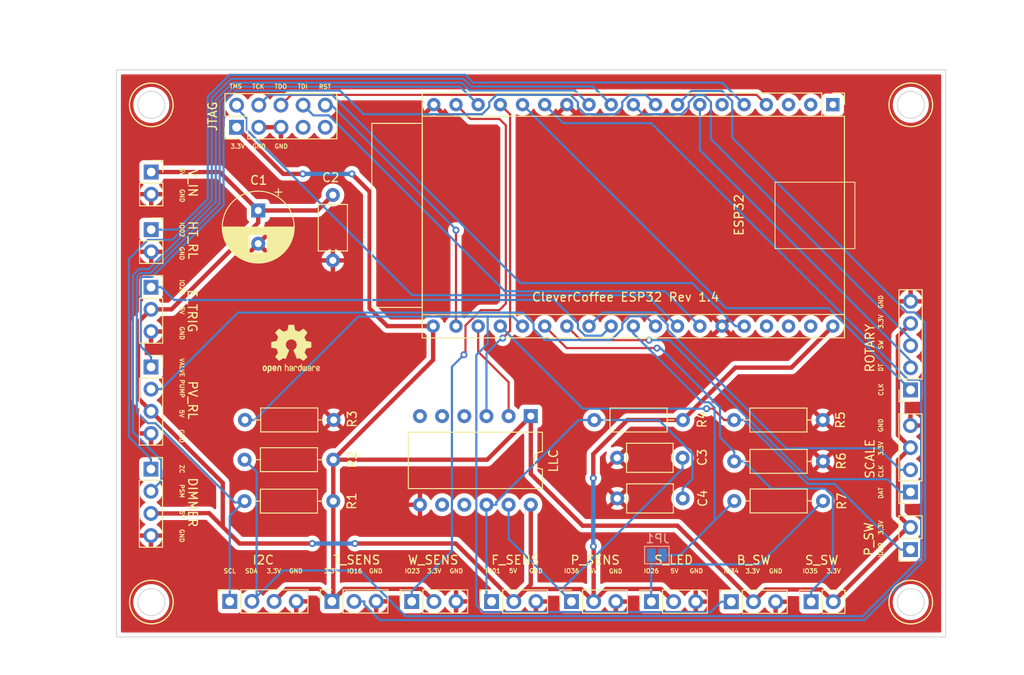
<source format=kicad_pcb>
(kicad_pcb (version 20211014) (generator pcbnew)
  (layers (0 "F.Cu" signal) (31 "B.Cu" signal) (34 "B.Paste" user) (35 "F.Paste" user) (36 "B.SilkS" user "B.Silkscreen") (37 "F.SilkS" user "F.Silkscreen") (38 "B.Mask" user) (39 "F.Mask" user) (44 "Edge.Cuts" user))
  (net 0 "")
  (net 1 "IO16")
  (net 2 "+3V3")
  (net 3 "GND")
  (net 4 "TDO")
  (net 5 "IO2")
  (net 6 "IO34")
  (net 7 "ZC")
  (net 9 "PSM")
  (net 10 "RT_DT")
  (net 11 "VALVE")
  (net 12 "SDA")
  (net 13 "RT_SW")
  (net 14 "RT_CLK")
  (net 15 "SCL")
  (net 16 "IO36")
  (net 17 "RST")
  (net 18 "IO1")
  (net 19 "IO39")
  (net 20 "IO35")
  (net 21 "IO25")
  (net 22 "IO26")
  (net 23 "SC_DAT")
  (net 24 "TMS")
  (net 25 "TDI")
  (net 26 "TCK")
  (net 27 "+5V")
  (net 30 "IO23")
  (net 31 "SC_CLK")
  (net 32 "PUMP")
  (net 33 "P_SENS")
  (net 34 "F_SENS")
  (net 40 "Net-(JP1-Pad1)")
  (footprint "Connector_PinSocket_2.54mm:PinSocket_1x02_P2.54mm_Vertical" (layer "F.Cu") (at 103.78 93.3)
    (fp_text reference "HT_RL")
    (fp_text value "Conn_01x02")
  )
  (footprint "Connector_PinSocket_2.54mm:PinSocket_1x02_P2.54mm_Vertical" (layer "F.Cu") (at 190.775 129.98 180)
    (fp_text reference "P_SW")
    (fp_text value "Conn_01x02")
  )
  (footprint "Connector_PinSocket_2.54mm:PinSocket_1x04_P2.54mm_Vertical" (layer "F.Cu") (at 103.76 109.05)
    (fp_text reference "PV_RL")
    (fp_text value "Conn_01x04")
  )
  (footprint "Capacitor_THT:C_Axial_L5.1mm_D3.1mm_P7.50mm_Horizontal" (layer "F.Cu") (at 124.59 89.33 -90)
    (fp_text reference "C2")
    (fp_text value "100 nF")
  )
  (footprint "Resistor_THT:R_Axial_DIN0207_L6.3mm_D2.5mm_P10.16mm_Horizontal" (layer "F.Cu") (at 180.72 115.13 180)
    (fp_text reference "R5")
    (fp_text value "47K Ω")
  )
  (footprint "Connector_PinSocket_2.54mm:PinSocket_1x03_P2.54mm_Vertical" (layer "F.Cu") (at 103.76 99.9)
    (fp_text reference "E_TRIG")
    (fp_text value "Conn_01x03")
  )
  (footprint "Connector_PinSocket_2.54mm:PinSocket_1x04_P2.54mm_Vertical" (layer "F.Cu") (at 190.77 123.38 180)
    (fp_text reference "SCALE")
    (fp_text value "Conn_01x04")
  )
  (footprint "Capacitor_THT:C_Axial_L5.1mm_D3.1mm_P7.50mm_Horizontal" (layer "F.Cu") (at 157.16 119.46)
    (fp_text reference "C3")
    (fp_text value "100 nF")
  )
  (footprint "Resistor_THT:R_Axial_DIN0207_L6.3mm_D2.5mm_P10.16mm_Horizontal" (layer "F.Cu") (at 114.48 124.43)
    (fp_text reference "R1")
    (fp_text value "4K7 Ω")
  )
  (footprint "Connector_PinSocket_2.54mm:PinSocket_1x03_P2.54mm_Vertical" (layer "F.Cu") (at 124.48 135.925 90)
    (fp_text reference "T_SENS")
    (fp_text value "Conn_01x03")
  )
  (footprint "Connector_PinSocket_2.54mm:PinSocket_1x05_P2.54mm_Vertical" (layer "F.Cu") (at 190.785 111.68 180)
    (fp_text reference "ROTARY")
    (fp_text value "Conn_01x05")
  )
  (footprint "Connector_PinSocket_2.54mm:PinSocket_1x03_P2.54mm_Vertical" (layer "F.Cu") (at 142.78 135.94 90)
    (fp_text reference "F_SENS")
    (fp_text value "Conn_01x03")
  )
  (footprint "Resistor_THT:R_Axial_DIN0207_L6.3mm_D2.5mm_P10.16mm_Horizontal" (layer "F.Cu") (at 180.75 124.41 180)
    (fp_text reference "R7")
    (fp_text value "220 Ω")
  )
  (footprint "Resistor_THT:R_Axial_DIN0207_L6.3mm_D2.5mm_P10.16mm_Horizontal" (layer "F.Cu") (at 124.68 115.12 180)
    (fp_text reference "R3")
    (fp_text value "47K Ω")
  )
  (footprint "Connector_PinSocket_2.54mm:PinSocket_1x02_P2.54mm_Vertical" (layer "F.Cu") (at 179.39 135.965 90)
    (fp_text reference "S_SW")
    (fp_text value "Conn_01x02")
  )
  (footprint "Connector_PinSocket_2.54mm:PinSocket_1x03_P2.54mm_Vertical" (layer "F.Cu") (at 133.63 135.935 90)
    (fp_text reference "W_SENS")
    (fp_text value "Conn_01x03")
  )
  (footprint "Connector_PinSocket_2.54mm:PinSocket_1x02_P2.54mm_Vertical" (layer "F.Cu") (at 103.78 86.7)
    (fp_text reference "V_IN")
    (fp_text value "Conn_01x02")
  )
  (footprint "Connector_PinSocket_2.54mm:PinSocket_1x03_P2.54mm_Vertical" (layer "F.Cu") (at 170.24 135.965 90)
    (fp_text reference "B_SW")
    (fp_text value "Conn_01x03")
  )
  (footprint "Connector_PinSocket_2.54mm:PinSocket_1x03_P2.54mm_Vertical" (layer "F.Cu") (at 161.09 135.955 90)
    (fp_text reference "S_LED")
    (fp_text value "Conn_01x03")
  )
  (footprint "Package_DIP:DIP-12_W10.16mm" (layer "F.Cu") (at 147.27 114.68 -90)
    (fp_text reference "LLC")
    (fp_text value "TXB0104D_DIP")
  )
  (footprint "Module:NodeMCU DevKitC v4" (layer "F.Cu") (at 181.88 78.9675 -90)
    (fp_text reference "ESP32")
    (fp_text value "NodeMCU_DevKitC_v4")
  )
  (footprint "Resistor_THT:R_Axial_DIN0207_L6.3mm_D2.5mm_P10.16mm_Horizontal" (layer "F.Cu") (at 180.74 119.87 180)
    (fp_text reference "R6")
    (fp_text value "47K Ω")
  )
  (footprint "Connector_PinSocket_2.54mm:PinSocket_1x03_P2.54mm_Vertical" (layer "F.Cu") (at 151.93 135.945 90)
    (fp_text reference "P_SENS")
    (fp_text value "Conn_01x03")
  )
  (footprint "Resistor_THT:R_Axial_DIN0207_L6.3mm_D2.5mm_P10.16mm_Horizontal" (layer "F.Cu") (at 164.7 115.13 180)
    (fp_text reference "R4")
    (fp_text value "4K7 Ω")
  )
  (footprint "Connector_PinSocket_2.54mm:PinSocket_1x04_P2.54mm_Vertical" (layer "F.Cu") (at 103.75 120.76)
    (fp_text reference "DIMMER")
    (fp_text value "Conn_01x04")
  )
  (footprint "Capacitor_THT:CP_Radial_D8.0mm_P3.80mm" (layer "F.Cu") (at 116.04 91.1073 -90)
    (fp_text reference "C1")
    (fp_text value "220 μF")
  )
  (footprint "Connector_PinHeader_2.54mm:PinHeader_2x05_P2.54mm_Vertical" (layer "F.Cu") (at 113.565 81.565 90)
    (fp_text reference "JTAG")
    (fp_text value "Conn_ARM_JTAG_SWD_10")
  )
  (footprint "Capacitor_THT:C_Axial_L5.1mm_D3.1mm_P7.50mm_Horizontal" (layer "F.Cu") (at 157.18 124.12)
    (fp_text reference "C4")
    (fp_text value "100 nF")
  )
  (footprint "Connector_PinSocket_2.54mm:PinSocket_1x04_P2.54mm_Vertical" (layer "F.Cu") (at 112.78 135.925 90)
    (fp_text reference "I2C")
    (fp_text value "Conn_01x04")
  )
  (footprint "Symbol:OSHW-Logo2_7.3x6mm_SilkScreen" (layer "F.Cu") (at 119.83 106.97)
    (fp_text reference "REF**" hide)
    (fp_text value "OSHW-Logo2_7.3x6mm_SilkScreen" hide)
  )
  (footprint "Resistor_THT:R_Axial_DIN0207_L6.3mm_D2.5mm_P10.16mm_Horizontal" (layer "F.Cu") (at 114.48 119.68)
    (fp_text reference "R2")
    (fp_text value "4K7 Ω")
  )
  (footprint "Jumper:SolderJumper-2_P1.3mm_Open_Pad1.0x1.5mm" (layer "B.Cu") (at 161.71 130.61)
    (fp_text reference "JP1")
    (fp_text value "SolderJumper_2_Open")
  )
  (gr_circle (center 190.8 136.01) (end 190.8 133.51) (layer "F.SilkS") (width 0.15) (fill none))
  (gr_circle (center 103.79 79) (end 103.79 76.5) (layer "F.SilkS") (width 0.15) (fill none))
  (gr_circle (center 103.8 136) (end 103.8 133.5) (layer "F.SilkS") (width 0.15) (fill none))
  (gr_circle (center 190.81 78.99) (end 190.81 76.49) (layer "F.SilkS") (width 0.15) (fill none))
  (gr_circle (center 103.79 79) (end 105.34 79) (layer "Edge.Cuts") (width 0.1) (fill none))
  (gr_circle (center 190.8 136) (end 192.35 136) (layer "Edge.Cuts") (width 0.1) (fill none))
  (gr_rect (start 99.8 74.99) (end 194.8 140) (layer "Edge.Cuts") (width 0.1) (fill none))
  (gr_circle (center 190.81 78.99) (end 192.36 78.99) (layer "Edge.Cuts") (width 0.1) (fill none))
  (gr_circle (center 103.79 136.01) (end 105.34 136.01) (layer "Edge.Cuts") (width 0.1) (fill none))
  (gr_text "RST" (at 123.69 76.91) (layer "F.SilkS") (effects (font (size 0.5 0.5) (thickness 0.1))))
  (gr_text "GND" (at 156.99 132.47) (layer "F.SilkS") (effects (font (size 0.5 0.5) (thickness 0.1))))
  (gr_text "GND" (at 107.3 105.17 270) (layer "F.SilkS") (effects (font (size 0.5 0.5) (thickness 0.1))))
  (gr_text "PUMP" (at 107.3 111.53 270) (layer "F.SilkS") (effects (font (size 0.5 0.5) (thickness 0.1))))
  (gr_text "3.3V\n" (at 172.69 132.455) (layer "F.SilkS") (effects (font (size 0.5 0.5) (thickness 0.1))))
  (gr_text "5V" (at 154.4 132.46) (layer "F.SilkS") (effects (font (size 0.5 0.5) (thickness 0.1))))
  (gr_text "IO25" (at 107.3 99.9 270) (layer "F.SilkS") (effects (font (size 0.5 0.5) (thickness 0.1))))
  (gr_text "3.3V\n" (at 181.96 132.445) (layer "F.SilkS") (effects (font (size 0.5 0.5) (thickness 0.1))))
  (gr_text "3,3V" (at 187.38 118.4 90) (layer "F.SilkS") (effects (font (size 0.5 0.5) (thickness 0.1))))
  (gr_text "GND" (at 187.37 115.74 90) (layer "F.SilkS") (effects (font (size 0.5 0.5) (thickness 0.1))))
  (gr_text "GND" (at 187.38 101.58 90) (layer "F.SilkS") (effects (font (size 0.5 0.5) (thickness 0.1))))
  (gr_text "5V" (at 107.3 125.94 270) (layer "F.SilkS") (effects (font (size 0.5 0.5) (thickness 0.1))))
  (gr_text "IO01\n" (at 142.93 132.425) (layer "F.SilkS") (effects (font (size 0.5 0.5) (thickness 0.1))))
  (gr_text "3.3V\n" (at 124.4 132.435) (layer "F.SilkS") (effects (font (size 0.5 0.5) (thickness 0.1))))
  (gr_text "GND" (at 107.31 89.41 270) (layer "F.SilkS") (effects (font (size 0.5 0.5) (thickness 0.1))))
  (gr_text "ZC" (at 107.29 120.75 270) (layer "F.SilkS") (effects (font (size 0.5 0.5) (thickness 0.1))))
  (gr_text "CleverCoffee ESP32 Rev 1.4\n" (at 158.13 101.04) (layer "F.SilkS") (effects (font (size 1 1))))
  (gr_text "IO26\n" (at 161.08 132.435) (layer "F.SilkS") (effects (font (size 0.5 0.5) (thickness 0.1))))
  (gr_text "3.3V\n" (at 187.39 103.85 90) (layer "F.SilkS") (effects (font (size 0.5 0.5) (thickness 0.1))))
  (gr_text "SW" (at 187.38 106.5 90) (layer "F.SilkS") (effects (font (size 0.5 0.5) (thickness 0.1))))
  (gr_text "CLK" (at 187.39 111.64 90) (layer "F.SilkS") (effects (font (size 0.5 0.5) (thickness 0.1))))
  (gr_text "3,3V\n" (at 187.38 127.46 90) (layer "F.SilkS") (effects (font (size 0.5 0.5) (thickness 0.1))))
  (gr_text "GND" (at 107.27 116.97 270) (layer "F.SilkS") (effects (font (size 0.5 0.5) (thickness 0.1))))
  (gr_text "3.3V\n" (at 136.21 132.445) (layer "F.SilkS") (effects (font (size 0.5 0.5) (thickness 0.1))))
  (gr_text "TCK" (at 116.04 76.89) (layer "F.SilkS") (effects (font (size 0.5 0.5) (thickness 0.1))))
  (gr_text "IO16\n" (at 127.09 132.445) (layer "F.SilkS") (effects (font (size 0.5 0.5) (thickness 0.1))))
  (gr_text "5V" (at 163.72 132.435) (layer "F.SilkS") (effects (font (size 0.5 0.5) (thickness 0.1))))
  (gr_text "SCL\n" (at 112.78 132.445) (layer "F.SilkS") (effects (font (size 0.5 0.5) (thickness 0.1))))
  (gr_text "DT" (at 187.38 109.12 90) (layer "F.SilkS") (effects (font (size 0.5 0.5) (thickness 0.1))))
  (gr_text "GND" (at 166.24 132.435) (layer "F.SilkS") (effects (font (size 0.5 0.5) (thickness 0.1))))
  (gr_text "GND" (at 120.36 132.435) (layer "F.SilkS") (effects (font (size 0.5 0.5) (thickness 0.1))))
  (gr_text "CLK" (at 187.39 121.01 90) (layer "F.SilkS") (effects (font (size 0.5 0.5) (thickness 0.1))))
  (gr_text "IO34\n" (at 170.24 132.455) (layer "F.SilkS") (effects (font (size 0.5 0.5) (thickness 0.1))))
  (gr_text "GND" (at 138.74 132.445) (layer "F.SilkS") (effects (font (size 0.5 0.5) (thickness 0.1))))
  (gr_text "5V\n" (at 107.3 102.56 270) (layer "F.SilkS") (effects (font (size 0.5 0.5) (thickness 0.1))))
  (gr_text "3,3V" (at 117.83 132.435) (layer "F.SilkS") (effects (font (size 0.5 0.5) (thickness 0.1))))
  (gr_text "GND" (at 175.33 132.455) (layer "F.SilkS") (effects (font (size 0.5 0.5) (thickness 0.1))))
  (gr_text "TDI" (at 121.13 76.89) (layer "F.SilkS") (effects (font (size 0.5 0.5) (thickness 0.1))))
  (gr_text "SDA" (at 115.25 132.445) (layer "F.SilkS") (effects (font (size 0.5 0.5) (thickness 0.1))))
  (gr_text "VALVE" (at 107.29 109.12 270) (layer "F.SilkS") (effects (font (size 0.5 0.5) (thickness 0.1))))
  (gr_text "IO02" (at 107.3 93.31 270) (layer "F.SilkS") (effects (font (size 0.5 0.5) (thickness 0.1))))
  (gr_text "GND" (at 107.28 128.4 270) (layer "F.SilkS") (effects (font (size 0.5 0.5) (thickness 0.1))))
  (gr_text "IO35\n" (at 179.28 132.445) (layer "F.SilkS") (effects (font (size 0.5 0.5) (thickness 0.1))))
  (gr_text "DAT" (at 187.38 123.5 90) (layer "F.SilkS") (effects (font (size 0.5 0.5) (thickness 0.1))))
  (gr_text "GND" (at 147.86 132.435) (layer "F.SilkS") (effects (font (size 0.5 0.5) (thickness 0.1))))
  (gr_text "GND" (at 129.51 132.445) (layer "F.SilkS") (effects (font (size 0.5 0.5) (thickness 0.1))))
  (gr_text "GND" (at 107.29 96.03 270) (layer "F.SilkS") (effects (font (size 0.5 0.5) (thickness 0.1))))
  (gr_text "PSM" (at 107.29 123.28 270) (layer "F.SilkS") (effects (font (size 0.5 0.5) (thickness 0.1))))
  (gr_text "5V" (at 145.24 132.425) (layer "F.SilkS") (effects (font (size 0.5 0.5) (thickness 0.1))))
  (gr_text "TDO" (at 118.62 76.89) (layer "F.SilkS") (effects (font (size 0.5 0.5) (thickness 0.1))))
  (gr_text "TMS" (at 113.46 76.86) (layer "F.SilkS") (effects (font (size 0.5 0.5) (thickness 0.1))))
  (gr_text "IO23\n\n" (at 133.69 132.845) (layer "F.SilkS") (effects (font (size 0.5 0.5) (thickness 0.1))))
  (gr_text "IO39\n" (at 187.37 130.06 90) (layer "F.SilkS") (effects (font (size 0.5 0.5) (thickness 0.1))))
  (gr_text "5V" (at 107.27 114.39 270) (layer "F.SilkS") (effects (font (size 0.5 0.5) (thickness 0.1))))
  (gr_text "GND" (at 118.67 83.75) (layer "F.SilkS") (effects (font (size 0.5 0.5) (thickness 0.1))))
  (gr_text "3.3V\n" (at 113.69 83.75) (layer "F.SilkS") (effects (font (size 0.5 0.5) (thickness 0.1))))
  (gr_text "GND" (at 116.13 83.75) (layer "F.SilkS") (effects (font (size 0.5 0.5) (thickness 0.1))))
  (gr_text "5V" (at 107.31 86.67 270) (layer "F.SilkS") (effects (font (size 0.5 0.5) (thickness 0.1))))
  (gr_text "IO36\n" (at 151.95 132.435) (layer "F.SilkS") (effects (font (size 0.5 0.5) (thickness 0.1))))
  (segment (start 191.2617 102.79) (end 190.3795 102.79) (width 0.25) (layer "B.Cu") (net 1))
  (segment (start 185.4886 138.0695) (end 192.4455 131.1126) (width 0.25) (layer "B.Cu") (net 1))
  (segment (start 129.9725 138.0695) (end 185.4886 138.0695) (width 0.25) (layer "B.Cu") (net 1))
  (segment (start 169.1744 77.3919) (end 165.6756 77.3919) (width 0.25) (layer "B.Cu") (net 1))
  (segment (start 190.3795 102.79) (end 170.345 82.7555) (width 0.25) (layer "B.Cu") (net 1))
  (segment (start 192.4455 103.9738) (end 191.2617 102.79) (width 0.25) (layer "B.Cu") (net 1))
  (segment (start 127.02 135.925) (end 128.1953 135.925) (width 0.25) (layer "B.Cu") (net 1))
  (segment (start 165.6756 77.3919) (end 164.1 78.9675) (width 0.25) (layer "B.Cu") (net 1))
  (segment (start 192.4455 131.1126) (end 192.4455 103.9738) (width 0.25) (layer "B.Cu") (net 1))
  (segment (start 128.1953 136.2923) (end 129.9725 138.0695) (width 0.25) (layer "B.Cu") (net 1))
  (segment (start 128.1953 135.925) (end 128.1953 136.2923) (width 0.25) (layer "B.Cu") (net 1))
  (segment (start 170.345 82.7555) (end 170.345 78.5625) (width 0.25) (layer "B.Cu") (net 1))
  (segment (start 170.345 78.5625) (end 169.1744 77.3919) (width 0.25) (layer "B.Cu") (net 1))
  (segment (start 190.785 104.06) (end 189.33 105.515) (width 0.5) (layer "F.Cu") (net 2))
  (segment (start 119.295 134.49) (end 123.045 134.49) (width 0.5) (layer "F.Cu") (net 2))
  (segment (start 189.385 126.05) (end 190.775 127.44) (width 0.5) (layer "F.Cu") (net 2))
  (segment (start 181.93 135.965) (end 190.455 127.44) (width 0.5) (layer "F.Cu") (net 2))
  (segment (start 124.64 119.68) (end 142.27 119.68) (width 0.5) (layer "F.Cu") (net 2))
  (segment (start 121.15 86.91) (end 118.91 86.91) (width 0.5) (layer "F.Cu") (net 2))
  (segment (start 153.205 127.245) (end 164.06 127.245) (width 0.5) (layer "F.Cu") (net 2))
  (segment (start 118.91 86.91) (end 113.565 81.565) (width 0.5) (layer "F.Cu") (net 2))
  (segment (start 189.34 119.73) (end 189.34 126.05) (width 0.5) (layer "F.Cu") (net 2))
  (segment (start 181.93 135.965) (end 180.525 134.56) (width 0.5) (layer "F.Cu") (net 2))
  (segment (start 124.48 135.925) (end 125.915 134.49) (width 0.5) (layer "F.Cu") (net 2))
  (segment (start 124.64 119.68) (end 136.08 108.24) (width 0.5) (layer "F.Cu") (net 2))
  (segment (start 130.828 104.368) (end 136.08 104.368) (width 0.5) (layer "F.Cu") (net 2))
  (segment (start 126.77 86.91) (end 128.805 88.945) (width 0.5) (layer "F.Cu") (net 2))
  (segment (start 174.185 134.56) (end 172.78 135.965) (width 0.5) (layer "F.Cu") (net 2))
  (segment (start 136.08 104.3675) (end 136.08 108.24) (width 0.5) (layer "F.Cu") (net 2))
  (segment (start 128.805 102.345) (end 130.828 104.368) (width 0.5) (layer "F.Cu") (net 2))
  (segment (start 134.725 134.49) (end 136.17 135.935) (width 0.5) (layer "F.Cu") (net 2))
  (segment (start 147.27 114.68) (end 147.27 121.31) (width 0.5) (layer "F.Cu") (net 2))
  (segment (start 124.64 135.765) (end 124.48 135.925) (width 0.5) (layer "F.Cu") (net 2))
  (segment (start 124.64 119.68) (end 124.64 124.43) (width 0.5) (layer "F.Cu") (net 2))
  (segment (start 190.77 118.3) (end 189.34 119.73) (width 0.5) (layer "F.Cu") (net 2))
  (segment (start 125.915 134.49) (end 134.725 134.49) (width 0.5) (layer "F.Cu") (net 2))
  (segment (start 124.64 124.43) (end 124.64 135.765) (width 0.5) (layer "F.Cu") (net 2))
  (segment (start 117.86 135.925) (end 119.295 134.49) (width 0.5) (layer "F.Cu") (net 2))
  (segment (start 123.045 134.49) (end 124.48 135.925) (width 0.5) (layer "F.Cu") (net 2))
  (segment (start 189.33 116.86) (end 190.77 118.3) (width 0.5) (layer "F.Cu") (net 2))
  (segment (start 189.33 105.515) (end 189.33 116.86) (width 0.5) (layer "F.Cu") (net 2))
  (segment (start 190.455 127.44) (end 190.775 127.44) (width 0.5) (layer "F.Cu") (net 2))
  (segment (start 189.34 126.05) (end 189.385 126.05) (width 0.5) (layer "F.Cu") (net 2))
  (segment (start 180.525 134.56) (end 174.185 134.56) (width 0.5) (layer "F.Cu") (net 2))
  (segment (start 128.805 88.945) (end 128.805 102.345) (width 0.5) (layer "F.Cu") (net 2))
  (segment (start 147.27 121.31) (end 153.205 127.245) (width 0.5) (layer "F.Cu") (net 2))
  (segment (start 164.06 127.245) (end 172.78 135.965) (width 0.5) (layer "F.Cu") (net 2))
  (segment (start 142.27 119.68) (end 147.27 114.68) (width 0.5) (layer "F.Cu") (net 2))
  (via (at 126.77 86.91) (size 0.8) (drill 0.4) (layers "F.Cu" "B.Cu") (net 2))
  (via (at 121.15 86.91) (size 0.8) (drill 0.4) (layers "F.Cu" "B.Cu") (net 2))
  (segment (start 121.15 86.91) (end 126.77 86.91) (width 0.5) (layer "B.Cu") (net 2))
  (segment (start 174.26 78.9675) (end 173.142989 77.850489) (width 0.25) (layer "F.Cu") (net 4))
  (segment (start 173.142989 77.850489) (end 119.819511 77.850489) (width 0.25) (layer "F.Cu") (net 4))
  (segment (start 119.819511 77.850489) (end 118.645 79.025) (width 0.25) (layer "F.Cu") (net 4))
  (segment (start 141.9704 76.4404) (end 169.1929 76.4404) (width 0.25) (layer "B.Cu") (net 5))
  (segment (start 141.96942 76.44138) (end 141.9704 76.4404) (width 0.25) (layer "B.Cu") (net 5))
  (segment (start 139.7761 75.5561) (end 140.66138 76.44138) (width 0.25) (layer "B.Cu") (net 5))
  (segment (start 110.26 78.044178) (end 112.7477 75.556478) (width 0.25) (layer "B.Cu") (net 5))
  (segment (start 112.7477 75.556478) (end 112.7477 75.5561) (width 0.25) (layer "B.Cu") (net 5))
  (segment (start 106.740564 93.3) (end 110.26 89.780564) (width 0.25) (layer "B.Cu") (net 5))
  (segment (start 103.78 93.3) (end 106.740564 93.3) (width 0.25) (layer "B.Cu") (net 5))
  (segment (start 110.26 89.780564) (end 110.26 78.044178) (width 0.25) (layer "B.Cu") (net 5))
  (segment (start 169.1929 76.4404) (end 171.72 78.9675) (width 0.25) (layer "B.Cu") (net 5))
  (segment (start 140.66138 76.44138) (end 141.96942 76.44138) (width 0.25) (layer "B.Cu") (net 5))
  (segment (start 112.7477 75.5561) (end 139.7761 75.5561) (width 0.25) (layer "B.Cu") (net 5))
  (segment (start 127.4988 103.2665) (end 142.3308 103.2665) (width 0.25) (layer "B.Cu") (net 6))
  (segment (start 142.3308 103.2665) (end 142.3308 106.3792) (width 0.25) (layer "B.Cu") (net 6))
  (segment (start 167.8836 137.1461) (end 169.0647 135.965) (width 0.25) (layer "B.Cu") (net 6))
  (segment (start 170.24 135.965) (end 169.0647 135.965) (width 0.25) (layer "B.Cu") (net 6))
  (segment (start 115.6453 115.12) (end 127.4988 103.2665) (width 0.25) (layer "B.Cu") (net 6))
  (segment (start 141.8033 137.1461) (end 167.8836 137.1461) (width 0.25) (layer "B.Cu") (net 6))
  (segment (start 142.3308 106.3792) (end 141.0304 107.6796) (width 0.25) (layer "B.Cu") (net 6))
  (segment (start 142.3308 103.2665) (end 145.219 103.2665) (width 0.25) (layer "B.Cu") (net 6))
  (segment (start 141.0304 107.6796) (end 141.0304 136.3732) (width 0.25) (layer "B.Cu") (net 6))
  (segment (start 145.219 103.2665) (end 146.32 104.3675) (width 0.25) (layer "B.Cu") (net 6))
  (segment (start 141.0304 136.3732) (end 141.8033 137.1461) (width 0.25) (layer "B.Cu") (net 6))
  (segment (start 114.52 115.12) (end 115.6453 115.12) (width 0.25) (layer "B.Cu") (net 6))
  (segment (start 110.72186 89.954422) (end 106.200882 94.4754) (width 0.25) (layer "B.Cu") (net 7))
  (segment (start 140.434836 76.8909) (end 140.434836 76.879119) (width 0.25) (layer "B.Cu") (net 7))
  (segment (start 101.2314 117.0661) (end 103.75 119.5847) (width 0.25) (layer "B.Cu") (net 7))
  (segment (start 106.200882 94.4754) (end 103.4095 94.4754) (width 0.25) (layer "B.Cu") (net 7))
  (segment (start 112.9343 76.0064) (end 110.72186 78.21884) (width 0.25) (layer "B.Cu") (net 7))
  (segment (start 156.48 78.9675) (end 154.4034 76.8909) (width 0.25) (layer "B.Cu") (net 7))
  (segment (start 140.434836 76.879119) (end 139.562117 76.0064) (width 0.25) (layer "B.Cu") (net 7))
  (segment (start 103.4095 94.4754) (end 101.2314 96.6535) (width 0.25) (layer "B.Cu") (net 7))
  (segment (start 110.72186 78.21884) (end 110.72186 89.954422) (width 0.25) (layer "B.Cu") (net 7))
  (segment (start 101.2314 96.6535) (end 101.2314 117.0661) (width 0.25) (layer "B.Cu") (net 7))
  (segment (start 139.562117 76.0064) (end 112.9343 76.0064) (width 0.25) (layer "B.Cu") (net 7))
  (segment (start 154.4034 76.8909) (end 140.434836 76.8909) (width 0.25) (layer "B.Cu") (net 7))
  (segment (start 103.75 119.5847) (end 103.75 120.76) (width 0.25) (layer "B.Cu") (net 7))
  (segment (start 113.1209 76.4567) (end 111.17138 78.40622) (width 0.25) (layer "B.Cu") (net 9))
  (segment (start 140.249418 77.3412) (end 139.3767 76.468482) (width 0.25) (layer "B.Cu") (net 9))
  (segment (start 104.9334 122.1166) (end 103.75 123.3) (width 0.25) (layer "B.Cu") (net 9))
  (segment (start 139.3767 76.4567) (end 113.1209 76.4567) (width 0.25) (layer "B.Cu") (net 9))
  (segment (start 111.17138 78.40622) (end 111.17138 90.14062) (width 0.25) (layer "B.Cu") (net 9))
  (segment (start 139.3767 76.468482) (end 139.3767 76.4567) (width 0.25) (layer "B.Cu") (net 9))
  (segment (start 101.6817 116.4886) (end 104.9334 119.7403) (width 0.25) (layer "B.Cu") (net 9))
  (segment (start 104.9334 119.7403) (end 104.9334 122.1166) (width 0.25) (layer "B.Cu") (net 9))
  (segment (start 101.6817 98.5157) (end 101.6817 116.4886) (width 0.25) (layer "B.Cu") (net 9))
  (segment (start 153.94 78.9675) (end 152.3137 77.3412) (width 0.25) (layer "B.Cu") (net 9))
  (segment (start 111.17138 90.14062) (end 103.488 97.824) (width 0.25) (layer "B.Cu") (net 9))
  (segment (start 103.488 97.824) (end 102.3734 97.824) (width 0.25) (layer "B.Cu") (net 9))
  (segment (start 152.3137 77.3412) (end 140.249418 77.3412) (width 0.25) (layer "B.Cu") (net 9))
  (segment (start 102.3734 97.824) (end 101.6817 98.5157) (width 0.25) (layer "B.Cu") (net 9))
  (segment (start 190.785 109.14) (end 190.785 108.332) (width 0.25) (layer "B.Cu") (net 10))
  (segment (start 190.785 108.332) (end 166.64 84.187) (width 0.25) (layer "B.Cu") (net 10))
  (segment (start 166.64 84.187) (end 166.64 78.9675) (width 0.25) (layer "B.Cu") (net 10))
  (segment (start 156.9441 80.07) (end 153.4736 80.07) (width 0.25) (layer "B.Cu") (net 11))
  (segment (start 128.1119 80.0647) (end 125.4045 77.3573) (width 0.25) (layer "B.Cu") (net 11))
  (segment (start 157.75 79.2641) (end 156.9441 80.07) (width 0.25) (layer "B.Cu") (net 11))
  (segment (start 160.4702 77.8777) (end 158.5358 77.8777) (width 0.25) (layer "B.Cu") (net 11))
  (segment (start 102.5847 106.6994) (end 103.76 107.8747) (width 0.25) (layer "B.Cu") (net 11))
  (segment (start 142.5101 78.6763) (end 142.5101 79.2556) (width 0.25) (layer "B.Cu") (net 11))
  (segment (start 102.5847 98.8865) (end 102.5847 106.6994) (width 0.25) (layer "B.Cu") (net 11))
  (segment (start 151.833 77.8469) (end 143.3395 77.8469) (width 0.25) (layer "B.Cu") (net 11))
  (segment (start 103.865817 98.7246) (end 102.7466 98.7246) (width 0.25) (layer "B.Cu") (net 11))
  (segment (start 113.4941 77.3573) (end 112.07042 78.78098) (width 0.25) (layer "B.Cu") (net 11))
  (segment (start 103.76 107.8747) (end 103.76 109.05) (width 0.25) (layer "B.Cu") (net 11))
  (segment (start 143.3395 77.8469) (end 142.5101 78.6763) (width 0.25) (layer "B.Cu") (net 11))
  (segment (start 125.4045 77.3573) (end 113.4941 77.3573) (width 0.25) (layer "B.Cu") (net 11))
  (segment (start 152.67 79.2664) (end 152.67 78.6839) (width 0.25) (layer "B.Cu") (net 11))
  (segment (start 102.7466 98.7246) (end 102.5847 98.8865) (width 0.25) (layer "B.Cu") (net 11))
  (segment (start 152.67 78.6839) (end 151.833 77.8469) (width 0.25) (layer "B.Cu") (net 11))
  (segment (start 158.5358 77.8777) (end 157.75 78.6635) (width 0.25) (layer "B.Cu") (net 11))
  (segment (start 141.701 80.0647) (end 128.1119 80.0647) (width 0.25) (layer "B.Cu") (net 11))
  (segment (start 161.56 78.9675) (end 160.4702 77.8777) (width 0.25) (layer "B.Cu") (net 11))
  (segment (start 142.5101 79.2556) (end 141.701 80.0647) (width 0.25) (layer "B.Cu") (net 11))
  (segment (start 157.75 78.6635) (end 157.75 79.2641) (width 0.25) (layer "B.Cu") (net 11))
  (segment (start 153.4736 80.07) (end 152.67 79.2664) (width 0.25) (layer "B.Cu") (net 11))
  (segment (start 112.07042 90.519997) (end 103.865817 98.7246) (width 0.25) (layer "B.Cu") (net 11))
  (segment (start 112.07042 78.78098) (end 112.07042 90.519997) (width 0.25) (layer "B.Cu") (net 11))
  (segment (start 185.302 137.6192) (end 191.9952 130.926) (width 0.25) (layer "B.Cu") (net 12))
  (segment (start 132.9322 137.6192) (end 185.302 137.6192) (width 0.25) (layer "B.Cu") (net 12))
  (segment (start 150.9883 81.0958) (end 148.86 78.9675) (width 0.25) (layer "B.Cu") (net 12))
  (segment (start 191.7701 110.5046) (end 190.4874 110.5046) (width 0.25) (layer "B.Cu") (net 12))
  (segment (start 191.9952 110.7297) (end 191.7701 110.5046) (width 0.25) (layer "B.Cu") (net 12))
  (segment (start 161.0786 81.0958) (end 150.9883 81.0958) (width 0.25) (layer "B.Cu") (net 12))
  (segment (start 127.6955 132.3825) (end 132.9322 137.6192) (width 0.25) (layer "B.Cu") (net 12))
  (segment (start 191.9952 130.926) (end 191.9952 110.7297) (width 0.25) (layer "B.Cu") (net 12))
  (segment (start 114.48 119.68) (end 115.86 121.06) (width 0.25) (layer "B.Cu") (net 12))
  (segment (start 190.4874 110.5046) (end 161.0786 81.0958) (width 0.25) (layer "B.Cu") (net 12))
  (segment (start 115.86 135.385) (end 115.86 121.06) (width 0.25) (layer "B.Cu") (net 12))
  (segment (start 119.2425 132.3825) (end 127.6955 132.3825) (width 0.25) (layer "B.Cu") (net 12))
  (segment (start 115.32 135.925) (end 118.8625 132.3825) (width 0.25) (layer "B.Cu") (net 12))
  (segment (start 115.32 135.925) (end 115.86 135.385) (width 0.25) (layer "B.Cu") (net 12))
  (segment (start 118.8625 132.3825) (end 119.2425 132.3825) (width 0.25) (layer "B.Cu") (net 12))
  (segment (start 190.785 105.792) (end 167.91 82.917) (width 0.25) (layer "B.Cu") (net 13))
  (segment (start 190.785 106.6) (end 190.785 105.792) (width 0.25) (layer "B.Cu") (net 13))
  (segment (start 164.5458 80.0613) (end 160.1138 80.0613) (width 0.25) (layer "B.Cu") (net 13))
  (segment (start 160.1138 80.0613) (end 159.02 78.9675) (width 0.25) (layer "B.Cu") (net 13))
  (segment (start 167.91 82.917) (end 167.91 78.6799) (width 0.25) (layer "B.Cu") (net 13))
  (segment (start 166.1974 77.8718) (end 165.37 78.6992) (width 0.25) (layer "B.Cu") (net 13))
  (segment (start 165.37 78.6992) (end 165.37 79.2371) (width 0.25) (layer "B.Cu") (net 13))
  (segment (start 165.37 79.2371) (end 164.5458 80.0613) (width 0.25) (layer "B.Cu") (net 13))
  (segment (start 167.1019 77.8718) (end 166.1974 77.8718) (width 0.25) (layer "B.Cu") (net 13))
  (segment (start 167.91 78.6799) (end 167.1019 77.8718) (width 0.25) (layer "B.Cu") (net 13))
  (segment (start 181.4138 102.3088) (end 169.6613 102.3088) (width 0.25) (layer "B.Cu") (net 14))
  (segment (start 169.6613 102.3088) (end 146.32 78.9675) (width 0.25) (layer "B.Cu") (net 14))
  (segment (start 190.785 111.68) (end 181.4138 102.3088) (width 0.25) (layer "B.Cu") (net 14))
  (segment (start 111.6209 90.3338) (end 103.6804 98.2743) (width 0.25) (layer "B.Cu") (net 15))
  (segment (start 112.78 126.13) (end 112.78 135.925) (width 0.25) (layer "B.Cu") (net 15))
  (segment (start 113.3075 76.907) (end 111.6209 78.5936) (width 0.25) (layer "B.Cu") (net 15))
  (segment (start 141.24 78.9675) (end 139.1795 76.907) (width 0.25) (layer "B.Cu") (net 15))
  (segment (start 139.1795 76.907) (end 113.3075 76.907) (width 0.25) (layer "B.Cu") (net 15))
  (segment (start 102.132 114.219) (end 103.4076 115.4946) (width 0.25) (layer "B.Cu") (net 15))
  (segment (start 104.271 115.4946) (end 113.3546 124.5782) (width 0.25) (layer "B.Cu") (net 15))
  (segment (start 114.3318 124.5782) (end 114.48 124.43) (width 0.25) (layer "B.Cu") (net 15))
  (segment (start 102.56 98.2743) (end 102.132 98.7023) (width 0.25) (layer "B.Cu") (net 15))
  (segment (start 113.3546 124.5782) (end 114.3318 124.5782) (width 0.25) (layer "B.Cu") (net 15))
  (segment (start 103.6804 98.2743) (end 102.56 98.2743) (width 0.25) (layer "B.Cu") (net 15))
  (segment (start 103.4076 115.4946) (end 104.271 115.4946) (width 0.25) (layer "B.Cu") (net 15))
  (segment (start 102.132 98.7023) (end 102.132 114.219) (width 0.25) (layer "B.Cu") (net 15))
  (segment (start 111.6209 78.5936) (end 111.6209 90.3338) (width 0.25) (layer "B.Cu") (net 15))
  (segment (start 114.48 124.43) (end 112.78 126.13) (width 0.25) (layer "B.Cu") (net 15))
  (segment (start 144.73 110.79) (end 144.73 114.68) (width 0.25) (layer "F.Cu") (net 16))
  (segment (start 141.24 107.3) (end 144.73 110.79) (width 0.25) (layer "F.Cu") (net 16))
  (segment (start 141.24 104.3675) (end 141.24 107.3) (width 0.25) (layer "F.Cu") (net 16))
  (segment (start 138.7 93.36) (end 138.7 104.3675) (width 0.25) (layer "F.Cu") (net 17))
  (via (at 138.7 93.36) (size 0.8) (drill 0.4) (layers "F.Cu" "B.Cu") (net 17))
  (segment (start 124.445 79.025) (end 123.725 79.025) (width 0.25) (layer "B.Cu") (net 17))
  (segment (start 138.7 93.28) (end 124.445 79.025) (width 0.25) (layer "B.Cu") (net 17))
  (segment (start 138.7 93.36) (end 138.7 93.28) (width 0.25) (layer "B.Cu") (net 17))
  (segment (start 144.8974 80.0849) (end 144.8974 104.8962) (width 0.25) (layer "F.Cu") (net 18))
  (segment (start 144.8974 104.8962) (end 144.0586 105.735) (width 0.25) (layer "F.Cu") (net 18))
  (segment (start 143.78 78.9675) (end 144.8974 80.0849) (width 0.25) (layer "F.Cu") (net 18))
  (via (at 144.0586 105.735) (size 0.8) (drill 0.4) (layers "F.Cu" "B.Cu") (net 18))
  (segment (start 143.9467 105.735) (end 144.0586 105.735) (width 0.25) (layer "B.Cu") (net 18))
  (segment (start 142.19 114.68) (end 142.19 113.5547) (width 0.25) (layer "B.Cu") (net 18))
  (segment (start 142.19 113.5547) (end 142.19 107.4917) (width 0.25) (layer "B.Cu") (net 18))
  (segment (start 142.19 107.4917) (end 143.9467 105.735) (width 0.25) (layer "B.Cu") (net 18))
  (segment (start 167.4096 113.8217) (end 168.1264 113.8217) (width 0.25) (layer "F.Cu") (net 19))
  (segment (start 168.1264 113.8217) (end 169.4347 115.13) (width 0.25) (layer "F.Cu") (net 19))
  (segment (start 170.56 115.13) (end 169.4347 115.13) (width 0.25) (layer "F.Cu") (net 19))
  (via (at 167.4096 113.8217) (size 0.8) (drill 0.4) (layers "F.Cu" "B.Cu") (net 19))
  (segment (start 190.775 129.98) (end 189.5997 129.98) (width 0.25) (layer "B.Cu") (net 19))
  (segment (start 170.56 115.13) (end 171.6853 115.13) (width 0.25) (layer "B.Cu") (net 19))
  (segment (start 143.78 104.3675) (end 153.2342 113.8217) (width 0.25) (layer "B.Cu") (net 19))
  (segment (start 189.5997 129.98) (end 182.079 122.4593) (width 0.25) (layer "B.Cu") (net 19))
  (segment (start 179.0146 122.4593) (end 171.6853 115.13) (width 0.25) (layer "B.Cu") (net 19))
  (segment (start 182.079 122.4593) (end 179.0146 122.4593) (width 0.25) (layer "B.Cu") (net 19))
  (segment (start 153.2342 113.8217) (end 167.4096 113.8217) (width 0.25) (layer "B.Cu") (net 19))
  (segment (start 151.3774 106.8849) (end 161.7328 106.8849) (width 0.25) (layer "F.Cu") (net 20))
  (segment (start 148.86 104.3675) (end 151.3774 106.8849) (width 0.25) (layer "F.Cu") (net 20))
  (via (at 161.7328 106.8849) (size 0.8) (drill 0.4) (layers "F.Cu" "B.Cu") (net 20))
  (segment (start 170.58 119.87) (end 171.7053 119.87) (width 0.25) (layer "B.Cu") (net 20))
  (segment (start 162.1355 106.8849) (end 161.7328 106.8849) (width 0.25) (layer "B.Cu") (net 20))
  (segment (start 180.9887 122.9891) (end 181.8757 123.8761) (width 0.25) (layer "B.Cu") (net 20))
  (segment (start 168.9467 113.6961) (end 162.1355 106.8849) (width 0.25) (layer "B.Cu") (net 20))
  (segment (start 168.9467 117.1114) (end 168.9467 113.6961) (width 0.25) (layer "B.Cu") (net 20))
  (segment (start 174.8244 122.9891) (end 180.9887 122.9891) (width 0.25) (layer "B.Cu") (net 20))
  (segment (start 170.58 119.87) (end 170.58 118.7447) (width 0.25) (layer "B.Cu") (net 20))
  (segment (start 179.39 135.965) (end 179.39 134.7897) (width 0.25) (layer "B.Cu") (net 20))
  (segment (start 171.7053 119.87) (end 174.8244 122.9891) (width 0.25) (layer "B.Cu") (net 20))
  (segment (start 181.8757 123.8761) (end 181.8757 132.304) (width 0.25) (layer "B.Cu") (net 20))
  (segment (start 181.8757 132.304) (end 179.39 134.7897) (width 0.25) (layer "B.Cu") (net 20))
  (segment (start 170.58 118.7447) (end 168.9467 117.1114) (width 0.25) (layer "B.Cu") (net 20))
  (segment (start 156.48 104.3675) (end 155.3912 105.4563) (width 0.25) (layer "B.Cu") (net 21))
  (segment (start 153.4822 105.4563) (end 152.67 104.6441) (width 0.25) (layer "B.Cu") (net 21))
  (segment (start 103.76 99.9) (end 104.9353 99.9) (width 0.25) (layer "B.Cu") (net 21))
  (segment (start 155.3912 105.4563) (end 153.4822 105.4563) (width 0.25) (layer "B.Cu") (net 21))
  (segment (start 152.67 104.6441) (end 152.67 104.0474) (width 0.25) (layer "B.Cu") (net 21))
  (segment (start 149.9872 101.3646) (end 106.3999 101.3646) (width 0.25) (layer "B.Cu") (net 21))
  (segment (start 152.67 104.0474) (end 149.9872 101.3646) (width 0.25) (layer "B.Cu") (net 21))
  (segment (start 106.3999 101.3646) (end 104.9353 99.9) (width 0.25) (layer "B.Cu") (net 21))
  (segment (start 168.327 126.673) (end 170.59 124.41) (width 0.25) (layer "B.Cu") (net 22))
  (segment (start 162.36 130.61) (end 164.39 130.61) (width 0.25) (layer "B.Cu") (net 22))
  (segment (start 159.02 105.2102) (end 166.9062 113.0964) (width 0.25) (layer "B.Cu") (net 22))
  (segment (start 168.327 113.7133) (end 168.327 126.673) (width 0.25) (layer "B.Cu") (net 22))
  (segment (start 166.9062 113.0964) (end 167.7101 113.0964) (width 0.25) (layer "B.Cu") (net 22))
  (segment (start 164.39 130.61) (end 168.327 126.673) (width 0.25) (layer "B.Cu") (net 22))
  (segment (start 159.02 104.3675) (end 159.02 105.2102) (width 0.25) (layer "B.Cu") (net 22))
  (segment (start 167.7101 113.0964) (end 168.327 113.7133) (width 0.25) (layer "B.Cu") (net 22))
  (segment (start 153.0085 105.976) (end 160.8115 105.976) (width 0.25) (layer "F.Cu") (net 23))
  (segment (start 151.4 104.3675) (end 153.0085 105.976) (width 0.25) (layer "F.Cu") (net 23))
  (via (at 160.8115 105.976) (size 0.8) (drill 0.4) (layers "F.Cu" "B.Cu") (net 23))
  (segment (start 190.77 123.38) (end 189.5947 123.38) (width 0.25) (layer "B.Cu") (net 23))
  (segment (start 179.1078 121.9156) (end 188.1303 121.9156) (width 0.25) (layer "B.Cu") (net 23))
  (segment (start 163.1682 105.976) (end 179.1078 121.9156) (width 0.25) (layer "B.Cu") (net 23))
  (segment (start 160.8115 105.976) (end 163.1682 105.976) (width 0.25) (layer "B.Cu") (net 23))
  (segment (start 188.1303 121.9156) (end 189.5947 123.38) (width 0.25) (layer "B.Cu") (net 23))
  (segment (start 160.5335 100.821) (end 164.08 104.3675) (width 0.25) (layer "B.Cu") (net 24))
  (segment (start 113.565 79.025) (end 113.565 79.3922) (width 0.25) (layer "B.Cu") (net 24))
  (segment (start 113.565 79.3922) (end 114.7403 80.5675) (width 0.25) (layer "B.Cu") (net 24))
  (segment (start 133.6941 100.821) (end 160.5335 100.821) (width 0.25) (layer "B.Cu") (net 24))
  (segment (start 114.7403 81.8672) (end 133.6941 100.821) (width 0.25) (layer "B.Cu") (net 24))
  (segment (start 114.7403 80.5675) (end 114.7403 81.8672) (width 0.25) (layer "B.Cu") (net 24))
  (segment (start 122.3603 80.2003) (end 124.1362 80.2003) (width 0.25) (layer "B.Cu") (net 25))
  (segment (start 144.3065 100.3706) (end 162.6431 100.3706) (width 0.25) (layer "B.Cu") (net 25))
  (segment (start 162.6431 100.3706) (end 166.64 104.3675) (width 0.25) (layer "B.Cu") (net 25))
  (segment (start 121.185 79.025) (end 122.3603 80.2003) (width 0.25) (layer "B.Cu") (net 25))
  (segment (start 124.1362 80.2003) (end 144.3065 100.3706) (width 0.25) (layer "B.Cu") (net 25))
  (segment (start 146.0886 99.4276) (end 165.778 99.4276) (width 0.25) (layer "B.Cu") (net 26))
  (segment (start 165.778 99.4276) (end 170.7179 104.3675) (width 0.25) (layer "B.Cu") (net 26))
  (segment (start 170.7179 104.3675) (end 171.72 104.3675) (width 0.25) (layer "B.Cu") (net 26))
  (segment (start 116.105 79.025) (end 117.3089 77.8211) (width 0.25) (layer "B.Cu") (net 26))
  (segment (start 124.4821 77.8211) (end 146.0886 99.4276) (width 0.25) (layer "B.Cu") (net 26))
  (segment (start 117.3089 77.8211) (end 124.4821 77.8211) (width 0.25) (layer "B.Cu") (net 26))
  (segment (start 103.76 102.44) (end 106.1 102.44) (width 0.5) (layer "F.Cu") (net 27))
  (segment (start 127.12 129.29) (end 138.67 129.29) (width 0.5) (layer "F.Cu") (net 27))
  (segment (start 154.43 121.8) (end 154.43 119.04) (width 0.5) (layer "F.Cu") (net 27))
  (segment (start 110.41 125.81) (end 107.805 125.81) (width 0.5) (layer "F.Cu") (net 27))
  (segment (start 181.88 104.368) (end 177.128 109.12) (width 0.5) (layer "F.Cu") (net 27))
  (segment (start 102.27 112.64) (end 102.27 103.93) (width 0.5) (layer "F.Cu") (net 27))
  (segment (start 111.98 127.38) (end 113.89 129.29) (width 0.5) (layer "F.Cu") (net 27))
  (segment (start 154.47 135.945) (end 155.915 134.5) (width 0.5) (layer "F.Cu") (net 27))
  (segment (start 162.175 134.5) (end 163.63 135.955) (width 0.5) (layer "F.Cu") (net 27))
  (segment (start 138.67 129.29) (end 145.32 135.94) (width 0.5) (layer "F.Cu") (net 27))
  (segment (start 155.915 134.5) (end 162.175 134.5) (width 0.5) (layer "F.Cu") (net 27))
  (segment (start 111.98 122.35) (end 111.98 127.38) (width 0.5) (layer "F.Cu") (net 27))
  (segment (start 181.88 104.368) (end 181.88 104.3675) (width 0.5) (layer "F.Cu") (net 27))
  (segment (start 103.76 114.13) (end 111.98 122.35) (width 0.5) (layer "F.Cu") (net 27))
  (segment (start 102.27 103.93) (end 103.76 102.44) (width 0.5) (layer "F.Cu") (net 27))
  (segment (start 111.98 127.38) (end 110.41 125.81) (width 0.5) (layer "F.Cu") (net 27))
  (segment (start 106.1 102.44) (end 116.04 92.5) (width 0.5) (layer "F.Cu") (net 27))
  (segment (start 116.04 92.5) (end 116.04 91.1073) (width 0.5) (layer "F.Cu") (net 27))
  (segment (start 111.633 86.7) (end 116.04 91.1073) (width 0.5) (layer "F.Cu") (net 27))
  (segment (start 153.035 134.51) (end 146.75 134.51) (width 0.5) (layer "F.Cu") (net 27))
  (segment (start 122.813 91.1073) (end 124.59 89.33) (width 0.5) (layer "F.Cu") (net 27))
  (segment (start 154.43 119.04) (end 158.34 115.13) (width 0.5) (layer "F.Cu") (net 27))
  (segment (start 103.76 114.13) (end 102.27 112.64) (width 0.5) (layer "F.Cu") (net 27))
  (segment (start 116.04 91.1073) (end 122.813 91.1073) (width 0.5) (layer "F.Cu") (net 27))
  (segment (start 113.89 129.29) (end 122.23 129.29) (width 0.5) (layer "F.Cu") (net 27))
  (segment (start 107.805 125.81) (end 107.775 125.84) (width 0.5) (layer "F.Cu") (net 27))
  (segment (start 177.128 109.12) (end 170.71 109.12) (width 0.5) (layer "F.Cu") (net 27))
  (segment (start 158.34 115.13) (end 164.7 115.13) (width 0.5) (layer "F.Cu") (net 27))
  (segment (start 146.75 134.51) (end 146.045 135.215) (width 0.5) (layer "F.Cu") (net 27))
  (segment (start 103.78 86.7) (end 111.633 86.7) (width 0.5) (layer "F.Cu") (net 27))
  (segment (start 147.27 133.99) (end 146.75 134.51) (width 0.5) (layer "F.Cu") (net 27))
  (segment (start 170.71 109.12) (end 164.7 115.13) (width 0.5) (layer "F.Cu") (net 27))
  (segment (start 146.75 134.51) (end 146.045 135.215) (width 0.5) (layer "F.Cu") (net 27))
  (segment (start 154.47 135.945) (end 153.035 134.51) (width 0.5) (layer "F.Cu") (net 27))
  (segment (start 103.75 125.84) (end 107.775 125.84) (width 0.5) (layer "F.Cu") (net 27))
  (segment (start 154.44 129.62) (end 154.47 129.65) (width 0.5) (layer "F.Cu") (net 27))
  (segment (start 146.045 135.215) (end 145.32 135.94) (width 0.5) (layer "F.Cu") (net 27))
  (segment (start 147.27 124.84) (end 147.27 133.99) (width 0.5) (layer "F.Cu") (net 27))
  (segment (start 154.47 129.65) (end 154.47 135.945) (width 0.5) (layer "F.Cu") (net 27))
  (via (at 154.43 121.8) (size 0.8) (drill 0.4) (layers "F.Cu" "B.Cu") (net 27))
  (via (at 127.12 129.29) (size 0.8) (drill 0.4) (layers "F.Cu" "B.Cu") (net 27))
  (via (at 154.44 129.62) (size 0.8) (drill 0.4) (layers "F.Cu" "B.Cu") (net 27))
  (via (at 122.23 129.29) (size 0.8) (drill 0.4) (layers "F.Cu" "B.Cu") (net 27))
  (segment (start 154.43 121.8) (end 154.43 129.61) (width 0.5) (layer "B.Cu") (net 27))
  (segment (start 154.43 129.61) (end 154.44 129.62) (width 0.5) (layer "B.Cu") (net 27))
  (segment (start 122.23 129.29) (end 127.12 129.29) (width 0.5) (layer "B.Cu") (net 27))
  (segment (start 141.54094 102.53) (end 143.66 102.53) (width 0.25) (layer "F.Cu") (net 30))
  (segment (start 143.66 102.53) (end 144.41 101.78) (width 0.25) (layer "F.Cu") (net 30))
  (segment (start 139.786511 107.473489) (end 139.786511 104.284429) (width 0.25) (layer "F.Cu") (net 30))
  (segment (start 143.68 80.61) (end 140.3425 80.61) (width 0.25) (layer "F.Cu") (net 30))
  (segment (start 140.3425 80.61) (end 138.7 78.9675) (width 0.25) (layer "F.Cu") (net 30))
  (segment (start 139.61 107.65) (end 139.786511 107.473489) (width 0.25) (layer "F.Cu") (net 30))
  (segment (start 139.786511 104.284429) (end 141.54094 102.53) (width 0.25) (layer "F.Cu") (net 30))
  (segment (start 144.41 81.34) (end 143.68 80.61) (width 0.25) (layer "F.Cu") (net 30))
  (segment (start 144.41 101.78) (end 144.41 81.34) (width 0.25) (layer "F.Cu") (net 30))
  (via (at 139.61 107.65) (size 0.8) (drill 0.4) (layers "F.Cu" "B.Cu") (net 30))
  (segment (start 133.63 134.7597) (end 135.9846 132.4051) (width 0.25) (layer "B.Cu") (net 30))
  (segment (start 135.9846 132.4051) (end 135.9846 132.3954) (width 0.25) (layer "B.Cu") (net 30))
  (segment (start 138.234511 109.025489) (end 139.61 107.65) (width 0.25) (layer "B.Cu") (net 30))
  (segment (start 133.63 135.935) (end 133.63 134.7597) (width 0.25) (layer "B.Cu") (net 30))
  (segment (start 138.234511 130.145489) (end 138.234511 109.025489) (width 0.25) (layer "B.Cu") (net 30))
  (segment (start 135.9846 132.3954) (end 138.234511 130.145489) (width 0.25) (layer "B.Cu") (net 30))
  (segment (start 155.5177 102.7898) (end 161.5351 102.7898) (width 0.25) (layer "B.Cu") (net 31))
  (segment (start 161.5351 102.7898) (end 162.9471 104.2018) (width 0.25) (layer "B.Cu") (net 31))
  (segment (start 162.9471 104.7783) (end 176.5397 118.3709) (width 0.25) (layer "B.Cu") (net 31))
  (segment (start 162.9471 104.2018) (end 162.9471 104.7783) (width 0.25) (layer "B.Cu") (net 31))
  (segment (start 190.77 120.84) (end 189.5947 120.84) (width 0.25) (layer "B.Cu") (net 31))
  (segment (start 187.1256 118.3709) (end 189.5947 120.84) (width 0.25) (layer "B.Cu") (net 31))
  (segment (start 153.94 104.3675) (end 155.5177 102.7898) (width 0.25) (layer "B.Cu") (net 31))
  (segment (start 176.5397 118.3709) (end 187.1256 118.3709) (width 0.25) (layer "B.Cu") (net 31))
  (segment (start 156.4883 105.9533) (end 148.8628 105.9533) (width 0.25) (layer "B.Cu") (net 32))
  (segment (start 160.4327 103.2402) (end 158.6075 103.2402) (width 0.25) (layer "B.Cu") (net 32))
  (segment (start 148.8628 105.9533) (end 147.59 104.6805) (width 0.25) (layer "B.Cu") (net 32))
  (segment (start 147.59 104.6805) (end 147.59 104.0677) (width 0.25) (layer "B.Cu") (net 32))
  (segment (start 147.59 104.0677) (end 146.3356 102.8133) (width 0.25) (layer "B.Cu") (net 32))
  (segment (start 146.3356 102.8133) (end 113.712 102.8133) (width 0.25) (layer "B.Cu") (net 32))
  (segment (start 157.75 104.6916) (end 156.4883 105.9533) (width 0.25) (layer "B.Cu") (net 32))
  (segment (start 113.712 102.8133) (end 104.9353 111.59) (width 0.25) (layer "B.Cu") (net 32))
  (segment (start 161.56 104.3675) (end 160.4327 103.2402) (width 0.25) (layer "B.Cu") (net 32))
  (segment (start 103.76 111.59) (end 104.9353 111.59) (width 0.25) (layer "B.Cu") (net 32))
  (segment (start 157.75 104.0977) (end 157.75 104.6916) (width 0.25) (layer "B.Cu") (net 32))
  (segment (start 158.6075 103.2402) (end 157.75 104.0977) (width 0.25) (layer "B.Cu") (net 32))
  (segment (start 144.73 128.745) (end 150.678 134.693) (width 0.25) (layer "B.Cu") (net 33))
  (segment (start 150.678 134.693) (end 164.66 120.711) (width 0.25) (layer "B.Cu") (net 33))
  (segment (start 164.66 120.711) (end 164.66 119.46) (width 0.25) (layer "B.Cu") (net 33))
  (segment (start 150.678 134.693) (end 151.93 135.945) (width 0.25) (layer "B.Cu") (net 33))
  (segment (start 144.73 124.84) (end 144.73 128.745) (width 0.25) (layer "B.Cu") (net 33))
  (segment (start 143.3153 124.84) (end 143.3153 124.5587) (width 0.25) (layer "B.Cu") (net 34))
  (segment (start 142.19 124.84) (end 142.19 135.35) (width 0.25) (layer "B.Cu") (net 34))
  (segment (start 165.7893 121.8854) (end 164.68 122.9947) (width 0.25) (layer "B.Cu") (net 34))
  (segment (start 142.19 135.35) (end 142.78 135.94) (width 0.25) (layer "B.Cu") (net 34))
  (segment (start 161.9412 115.13) (end 165.7893 118.9781) (width 0.25) (layer "B.Cu") (net 34))
  (segment (start 154.54 115.13) (end 161.9412 115.13) (width 0.25) (layer "B.Cu") (net 34))
  (segment (start 164.68 124.12) (end 164.68 122.9947) (width 0.25) (layer "B.Cu") (net 34))
  (segment (start 165.7893 118.9781) (end 165.7893 121.8854) (width 0.25) (layer "B.Cu") (net 34))
  (segment (start 142.19 124.84) (end 143.3153 124.84) (width 0.25) (layer "B.Cu") (net 34))
  (segment (start 143.3153 124.5587) (end 152.744 115.13) (width 0.25) (layer "B.Cu") (net 34))
  (segment (start 152.744 115.13) (end 154.54 115.13) (width 0.25) (layer "B.Cu") (net 34))
  (segment (start 161.06 131.6854) (end 161.06 135.925) (width 0.25) (layer "B.Cu") (net 40))
  (segment (start 173.4746 131.6854) (end 161.06 131.6854) (width 0.25) (layer "B.Cu") (net 40))
  (segment (start 161.06 130.61) (end 161.06 131.6854) (width 0.25) (layer "B.Cu") (net 40))
  (segment (start 161.06 135.925) (end 161.09 135.955) (width 0.25) (layer "B.Cu") (net 40))
  (segment (start 180.75 124.41) (end 173.4746 131.6854) (width 0.25) (layer "B.Cu") (net 40))
  (zone (net 3) (net_name "GND") (layer "F.Cu") (connect_pads (clearance 0.508)) (min_thickness 0.254) (fill yes (thermal_gap 0.508) (thermal_bridge_width 0.508))
    (polygon (pts (xy 194.3 139.5) (xy 100.3 139.5) (xy 100.3 75.5) (xy 194.3 75.5)))
  )
)
</source>
